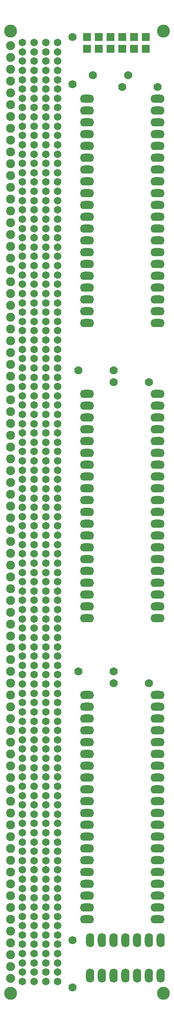
<source format=gbr>
G04 DesignSpark PCB Gerber Version 13.0 Build *
%FSLAX35Y35*%
%MOIN*%
%ADD27O,0.07000X0.12000*%
%ADD24R,0.07000X0.07000*%
%ADD26C,0.06512*%
%ADD25C,0.07000*%
%ADD23C,0.07614*%
%ADD21C,0.11000*%
%ADD22O,0.12000X0.07000*%
X0Y0D02*
D02*
D21*
X19221Y10388D03*
Y825388D03*
X149221Y10388D03*
Y825388D03*
D02*
D22*
X84221Y72888D03*
Y82888D03*
Y92888D03*
Y102888D03*
Y112888D03*
Y122888D03*
Y132888D03*
Y142888D03*
Y152888D03*
Y162888D03*
Y172888D03*
Y182888D03*
Y192888D03*
Y202888D03*
Y212888D03*
Y222888D03*
Y232888D03*
Y242888D03*
Y252888D03*
Y262888D03*
Y327888D03*
Y337888D03*
Y347888D03*
Y357888D03*
Y367888D03*
Y377888D03*
Y387888D03*
Y397888D03*
Y407888D03*
Y417888D03*
Y427888D03*
Y437888D03*
Y447888D03*
Y457888D03*
Y467888D03*
Y477888D03*
Y487888D03*
Y497888D03*
Y507888D03*
Y517888D03*
Y577888D03*
Y587888D03*
Y597888D03*
Y607888D03*
Y617888D03*
Y627888D03*
Y637888D03*
Y647888D03*
Y657888D03*
Y667888D03*
Y677888D03*
Y687888D03*
Y697888D03*
Y707888D03*
Y717888D03*
Y727888D03*
Y737888D03*
Y747888D03*
Y757888D03*
Y767888D03*
X144221Y72888D03*
Y82888D03*
Y92888D03*
Y102888D03*
Y112888D03*
Y122888D03*
Y132888D03*
Y142888D03*
Y152888D03*
Y162888D03*
Y172888D03*
Y182888D03*
Y192888D03*
Y202888D03*
Y212888D03*
Y222888D03*
Y232888D03*
Y242888D03*
Y252888D03*
Y262888D03*
Y327888D03*
Y337888D03*
Y347888D03*
Y357888D03*
Y367888D03*
Y377888D03*
Y387888D03*
Y397888D03*
Y407888D03*
Y417888D03*
Y427888D03*
Y437888D03*
Y447888D03*
Y457888D03*
Y467888D03*
Y477888D03*
Y487888D03*
Y497888D03*
Y507888D03*
Y517888D03*
Y577888D03*
Y587888D03*
Y597888D03*
Y607888D03*
Y617888D03*
Y627888D03*
Y637888D03*
Y647888D03*
Y657888D03*
Y667888D03*
Y677888D03*
Y687888D03*
Y697888D03*
Y707888D03*
Y717888D03*
Y727888D03*
Y737888D03*
Y747888D03*
Y757888D03*
Y767888D03*
D02*
D23*
X19221Y22888D03*
Y32888D03*
Y42888D03*
Y52888D03*
Y62888D03*
Y72888D03*
Y82888D03*
Y92888D03*
Y102888D03*
Y112888D03*
Y122888D03*
Y132888D03*
Y142888D03*
Y152888D03*
Y162888D03*
Y172888D03*
Y182888D03*
Y192888D03*
Y202888D03*
Y212888D03*
Y222888D03*
Y232888D03*
Y242888D03*
Y252888D03*
Y262888D03*
Y272888D03*
Y282888D03*
Y292888D03*
Y302888D03*
Y312888D03*
Y322888D03*
Y332888D03*
Y342888D03*
Y352888D03*
Y362888D03*
Y372888D03*
Y382888D03*
Y392888D03*
Y402888D03*
Y412888D03*
Y422888D03*
Y432888D03*
Y442888D03*
Y452888D03*
Y462888D03*
Y472888D03*
Y482888D03*
Y492888D03*
Y502888D03*
Y512888D03*
Y522888D03*
Y532888D03*
Y542888D03*
Y552888D03*
Y562888D03*
Y572888D03*
Y582888D03*
Y592888D03*
Y602888D03*
Y612888D03*
Y622888D03*
Y632888D03*
Y642888D03*
Y652888D03*
Y662888D03*
Y672888D03*
Y682888D03*
Y692888D03*
Y702888D03*
Y712888D03*
Y722888D03*
Y732888D03*
Y742888D03*
Y752888D03*
Y762888D03*
Y772888D03*
Y782888D03*
Y792888D03*
Y802888D03*
Y812888D03*
D02*
D24*
X84221Y810388D03*
Y820388D03*
X94221Y810388D03*
Y820388D03*
X104221Y810388D03*
Y820388D03*
X114221Y810388D03*
Y820388D03*
X124221Y810388D03*
Y820388D03*
X134221Y810388D03*
Y820388D03*
D02*
D25*
X71721Y15388D03*
Y55388D03*
Y780388D03*
Y820388D03*
X76721Y282888D03*
Y537888D03*
X89221Y787888D03*
X106721Y272888D03*
Y282888D03*
Y527888D03*
Y537888D03*
X114221Y777888D03*
X119221Y787888D03*
X136721Y272888D03*
Y527888D03*
X144221Y777888D03*
D02*
D26*
X29221Y20250D03*
Y28124D03*
Y35998D03*
Y43872D03*
Y51746D03*
Y59620D03*
Y67494D03*
Y75368D03*
Y83242D03*
Y91116D03*
Y98990D03*
Y106864D03*
Y114738D03*
Y122612D03*
Y130486D03*
Y138360D03*
Y146234D03*
Y154108D03*
Y161982D03*
Y169856D03*
Y177730D03*
Y185604D03*
Y193478D03*
Y201352D03*
Y209226D03*
Y217100D03*
Y224974D03*
Y232848D03*
Y240722D03*
Y248596D03*
Y256470D03*
Y264344D03*
Y272219D03*
Y280093D03*
Y287967D03*
Y295841D03*
Y303715D03*
Y311589D03*
Y319463D03*
Y327337D03*
Y335211D03*
Y343085D03*
Y350959D03*
Y358833D03*
Y366707D03*
Y374581D03*
Y382455D03*
Y390329D03*
Y398203D03*
Y406077D03*
Y413951D03*
Y421825D03*
Y429699D03*
Y437573D03*
Y445447D03*
Y453321D03*
Y461195D03*
Y469069D03*
Y476943D03*
Y484817D03*
Y492691D03*
Y500565D03*
Y508439D03*
Y516313D03*
Y524187D03*
Y532061D03*
Y539935D03*
Y547809D03*
Y555683D03*
Y563557D03*
Y571431D03*
Y579305D03*
Y587179D03*
Y595053D03*
Y602927D03*
Y610801D03*
Y618675D03*
Y626549D03*
Y634423D03*
Y642297D03*
Y650171D03*
Y658045D03*
Y665919D03*
Y673793D03*
Y681667D03*
Y689541D03*
Y697415D03*
Y705289D03*
Y713163D03*
Y721037D03*
Y728911D03*
Y736785D03*
Y744659D03*
Y752533D03*
Y760407D03*
Y768281D03*
Y776156D03*
Y784030D03*
Y791904D03*
Y799778D03*
Y807652D03*
Y815526D03*
X39221Y20250D03*
Y28124D03*
Y35998D03*
Y43872D03*
Y51746D03*
Y59620D03*
Y67494D03*
Y75368D03*
Y83242D03*
Y91116D03*
Y98990D03*
Y106864D03*
Y114738D03*
Y122612D03*
Y130486D03*
Y138360D03*
Y146234D03*
Y154108D03*
Y161982D03*
Y169856D03*
Y177730D03*
Y185604D03*
Y193478D03*
Y201352D03*
Y209226D03*
Y217100D03*
Y224974D03*
Y232848D03*
Y240722D03*
Y248596D03*
Y256470D03*
Y264344D03*
Y272219D03*
Y280093D03*
Y287967D03*
Y295841D03*
Y303715D03*
Y311589D03*
Y319463D03*
Y327337D03*
Y335211D03*
Y343085D03*
Y350959D03*
Y358833D03*
Y366707D03*
Y374581D03*
Y382455D03*
Y390329D03*
Y398203D03*
Y406077D03*
Y413951D03*
Y421825D03*
Y429699D03*
Y437573D03*
Y445447D03*
Y453321D03*
Y461195D03*
Y469069D03*
Y476943D03*
Y484817D03*
Y492691D03*
Y500565D03*
Y508439D03*
Y516313D03*
Y524187D03*
Y532061D03*
Y539935D03*
Y547809D03*
Y555683D03*
Y563557D03*
Y571431D03*
Y579305D03*
Y587179D03*
Y595053D03*
Y602927D03*
Y610801D03*
Y618675D03*
Y626549D03*
Y634423D03*
Y642297D03*
Y650171D03*
Y658045D03*
Y665919D03*
Y673793D03*
Y681667D03*
Y689541D03*
Y697415D03*
Y705289D03*
Y713163D03*
Y721037D03*
Y728911D03*
Y736785D03*
Y744659D03*
Y752533D03*
Y760407D03*
Y768281D03*
Y776156D03*
Y784030D03*
Y791904D03*
Y799778D03*
Y807652D03*
Y815526D03*
X49221Y20250D03*
Y28124D03*
Y35998D03*
Y43872D03*
Y51746D03*
Y59620D03*
Y67494D03*
Y75368D03*
Y83242D03*
Y91116D03*
Y98990D03*
Y106864D03*
Y114738D03*
Y122612D03*
Y130486D03*
Y138360D03*
Y146234D03*
Y154108D03*
Y161982D03*
Y169856D03*
Y177730D03*
Y185604D03*
Y193478D03*
Y201352D03*
Y209226D03*
Y217100D03*
Y224974D03*
Y232848D03*
Y240722D03*
Y248596D03*
Y256470D03*
Y264344D03*
Y272219D03*
Y280093D03*
Y287967D03*
Y295841D03*
Y303715D03*
Y311589D03*
Y319463D03*
Y327337D03*
Y335211D03*
Y343085D03*
Y350959D03*
Y358833D03*
Y366707D03*
Y374581D03*
Y382455D03*
Y390329D03*
Y398203D03*
Y406077D03*
Y413951D03*
Y421825D03*
Y429699D03*
Y437573D03*
Y445447D03*
Y453321D03*
Y461195D03*
Y469069D03*
Y476943D03*
Y484817D03*
Y492691D03*
Y500565D03*
Y508439D03*
Y516313D03*
Y524187D03*
Y532061D03*
Y539935D03*
Y547809D03*
Y555683D03*
Y563557D03*
Y571431D03*
Y579305D03*
Y587179D03*
Y595053D03*
Y602927D03*
Y610801D03*
Y618675D03*
Y626549D03*
Y634423D03*
Y642297D03*
Y650171D03*
Y658045D03*
Y665919D03*
Y673793D03*
Y681667D03*
Y689541D03*
Y697415D03*
Y705289D03*
Y713163D03*
Y721037D03*
Y728911D03*
Y736785D03*
Y744659D03*
Y752533D03*
Y760407D03*
Y768281D03*
Y776156D03*
Y784030D03*
Y791904D03*
Y799778D03*
Y807652D03*
Y815526D03*
X59221Y20250D03*
Y28124D03*
Y35998D03*
Y43872D03*
Y51746D03*
Y59620D03*
Y67494D03*
Y75368D03*
Y83242D03*
Y91116D03*
Y98990D03*
Y106864D03*
Y114738D03*
Y122612D03*
Y130486D03*
Y138360D03*
Y146234D03*
Y154108D03*
Y161982D03*
Y169856D03*
Y177730D03*
Y185604D03*
Y193478D03*
Y201352D03*
Y209226D03*
Y217100D03*
Y224974D03*
Y232848D03*
Y240722D03*
Y248596D03*
Y256470D03*
Y264344D03*
Y272219D03*
Y280093D03*
Y287967D03*
Y295841D03*
Y303715D03*
Y311589D03*
Y319463D03*
Y327337D03*
Y335211D03*
Y343085D03*
Y350959D03*
Y358833D03*
Y366707D03*
Y374581D03*
Y382455D03*
Y390329D03*
Y398203D03*
Y406077D03*
Y413951D03*
Y421825D03*
Y429699D03*
Y437573D03*
Y445447D03*
Y453321D03*
Y461195D03*
Y469069D03*
Y476943D03*
Y484817D03*
Y492691D03*
Y500565D03*
Y508439D03*
Y516313D03*
Y524187D03*
Y532061D03*
Y539935D03*
Y547809D03*
Y555683D03*
Y563557D03*
Y571431D03*
Y579305D03*
Y587179D03*
Y595053D03*
Y602927D03*
Y610801D03*
Y618675D03*
Y626549D03*
Y634423D03*
Y642297D03*
Y650171D03*
Y658045D03*
Y665919D03*
Y673793D03*
Y681667D03*
Y689541D03*
Y697415D03*
Y705289D03*
Y713163D03*
Y721037D03*
Y728911D03*
Y736785D03*
Y744659D03*
Y752533D03*
Y760407D03*
Y768281D03*
Y776156D03*
Y784030D03*
Y791904D03*
Y799778D03*
Y807652D03*
Y815526D03*
D02*
D27*
X86721Y25388D03*
Y55388D03*
X96721Y25388D03*
Y55388D03*
X106721Y25388D03*
Y55388D03*
X116721Y25388D03*
Y55388D03*
X126721Y25388D03*
Y55388D03*
X136721Y25388D03*
Y55388D03*
X146721Y25388D03*
Y55388D03*
X0Y0D02*
M02*

</source>
